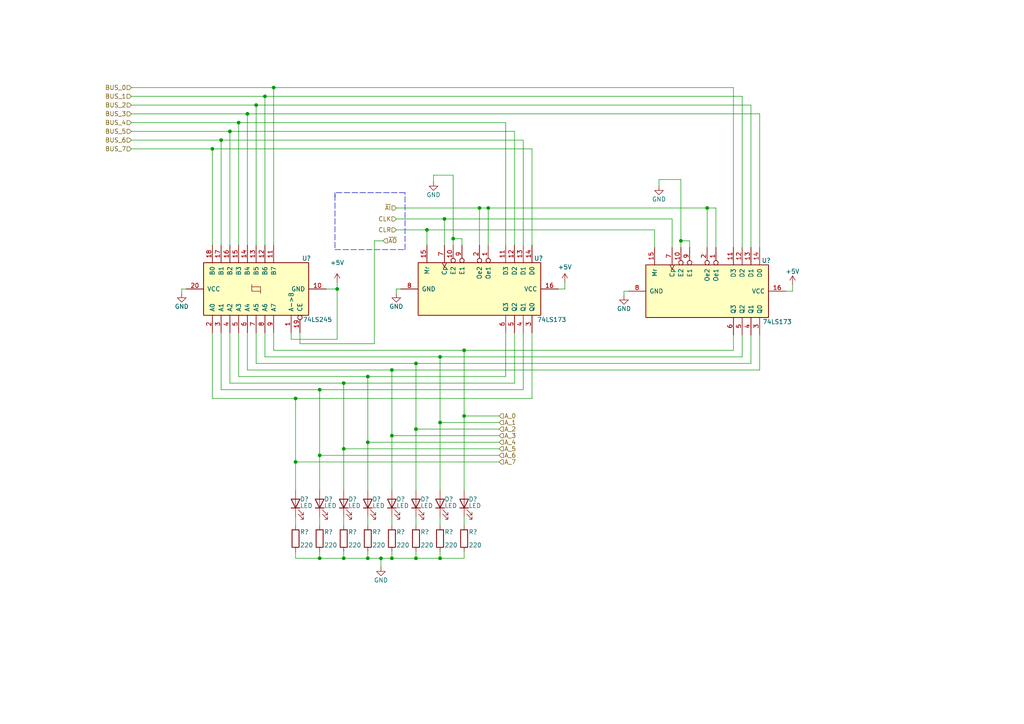
<source format=kicad_sch>
(kicad_sch (version 20211123) (generator eeschema)
  (paper "A4")
  (lib_symbols
    (symbol "74xx:74LS173" (pin_names (offset 1.016))
      (property "Reference" "U" (at -7.62 19.05 0))
      (property "Value" "74LS173" (at -7.62 -19.05 0))
      (symbol "74LS173_1_0"
        (pin input inverted (at -12.7 2.54 0) (length 5.08) (name "Oe1") (number "1"))
        (pin input inverted (at -12.7 -7.62 0) (length 5.08) (name "E2") (number "10"))
        (pin input line (at -12.7 7.62 0) (length 5.08) (name "D3") (number "11"))
        (pin input line (at -12.7 10.16 0) (length 5.08) (name "D2") (number "12"))
        (pin input line (at -12.7 12.7 0) (length 5.08) (name "D1") (number "13"))
        (pin input line (at -12.7 15.24 0) (length 5.08) (name "D0") (number "14"))
        (pin input line (at -12.7 -15.24 0) (length 5.08) (name "Mr") (number "15"))
        (pin power_in line (at 0 22.86 270) (length 5.08) (name "VCC") (number "16"))
        (pin input inverted (at -12.7 0 0) (length 5.08) (name "Oe2") (number "2"))
        (pin tri_state line (at 12.7 15.24 180) (length 5.08) (name "Q0") (number "3"))
        (pin tri_state line (at 12.7 12.7 180) (length 5.08) (name "Q1") (number "4"))
        (pin tri_state line (at 12.7 10.16 180) (length 5.08) (name "Q2") (number "5"))
        (pin tri_state line (at 12.7 7.62 180) (length 5.08) (name "Q3") (number "6"))
        (pin input clock (at -12.7 -10.16 0) (length 5.08) (name "Cp") (number "7"))
        (pin power_in line (at 0 -22.86 90) (length 5.08) (name "GND") (number "8"))
        (pin input inverted (at -12.7 -5.08 0) (length 5.08) (name "E1") (number "9"))
      )
      (symbol "74LS173_1_1"
        (rectangle (start -7.62 17.78) (end 7.62 -17.78) (stroke (width 0.254)) (fill (type background)))
      )
    )
    (symbol "74xx:74LS245" (pin_names (offset 1.016))
      (property "Reference" "U" (at -7.62 16.51 0))
      (property "Value" "74LS245" (at -7.62 -16.51 0))
      (symbol "74LS245_1_0"
        (polyline (pts (xy -0.635 -1.27) (xy -0.635 1.27) (xy 0.635 1.27)))
        (polyline (pts (xy -1.27 -1.27) (xy 0.635 -1.27) (xy 0.635 1.27) (xy 1.27 1.27)))
        (pin input line (at -12.7 -10.16 0) (length 5.08) (name "A->B") (number "1"))
        (pin power_in line (at 0 -20.32 90) (length 5.08) (name "GND") (number "10"))
        (pin tri_state line (at 12.7 -5.08 180) (length 5.08) (name "B7") (number "11"))
        (pin tri_state line (at 12.7 -2.54 180) (length 5.08) (name "B6") (number "12"))
        (pin tri_state line (at 12.7 0 180) (length 5.08) (name "B5") (number "13"))
        (pin tri_state line (at 12.7 2.54 180) (length 5.08) (name "B4") (number "14"))
        (pin tri_state line (at 12.7 5.08 180) (length 5.08) (name "B3") (number "15"))
        (pin tri_state line (at 12.7 7.62 180) (length 5.08) (name "B2") (number "16"))
        (pin tri_state line (at 12.7 10.16 180) (length 5.08) (name "B1") (number "17"))
        (pin tri_state line (at 12.7 12.7 180) (length 5.08) (name "B0") (number "18"))
        (pin input inverted (at -12.7 -12.7 0) (length 5.08) (name "CE") (number "19"))
        (pin tri_state line (at -12.7 12.7 0) (length 5.08) (name "A0") (number "2"))
        (pin power_in line (at 0 20.32 270) (length 5.08) (name "VCC") (number "20"))
        (pin tri_state line (at -12.7 10.16 0) (length 5.08) (name "A1") (number "3"))
        (pin tri_state line (at -12.7 7.62 0) (length 5.08) (name "A2") (number "4"))
        (pin tri_state line (at -12.7 5.08 0) (length 5.08) (name "A3") (number "5"))
        (pin tri_state line (at -12.7 2.54 0) (length 5.08) (name "A4") (number "6"))
        (pin tri_state line (at -12.7 0 0) (length 5.08) (name "A5") (number "7"))
        (pin tri_state line (at -12.7 -2.54 0) (length 5.08) (name "A6") (number "8"))
        (pin tri_state line (at -12.7 -5.08 0) (length 5.08) (name "A7") (number "9"))
      )
      (symbol "74LS245_1_1"
        (rectangle (start -7.62 15.24) (end 7.62 -15.24) (stroke (width 0.254)) (fill (type background)))
      )
    )
    (symbol "Device:LED" (pin_numbers hide) (pin_names (offset 1.016) hide)
      (property "Reference" "D" (at 0 2.54 0))
      (property "Value" "LED" (at 0 -2.54 0))
      (symbol "LED_0_1"
        (polyline (pts (xy -1.27 -1.27) (xy -1.27 1.27)) (stroke (width 0.254)))
        (polyline (pts (xy -1.27 0) (xy 1.27 0)))
        (polyline (pts (xy 1.27 -1.27) (xy 1.27 1.27) (xy -1.27 0) (xy 1.27 -1.27)) (stroke (width 0.254)))
        (polyline (pts (xy -3.048 -0.762) (xy -4.572 -2.286) (xy -3.81 -2.286) (xy -4.572 -2.286) (xy -4.572 -1.524)))
        (polyline (pts (xy -1.778 -0.762) (xy -3.302 -2.286) (xy -2.54 -2.286) (xy -3.302 -2.286) (xy -3.302 -1.524)))
      )
      (symbol "LED_1_1"
        (pin passive line (at -3.81 0 0) (length 2.54) (name "K") (number "1"))
        (pin passive line (at 3.81 0 180) (length 2.54) (name "A") (number "2"))
      )
    )
    (symbol "Device:R" (pin_numbers hide) (pin_names (offset 0))
      (property "Reference" "R" (at 2.032 0 90))
      (property "Value" "R" (at 0 0 90))
      (symbol "R_0_1"
        (rectangle (start -1.016 -2.54) (end 1.016 2.54) (stroke (width 0.254)))
      )
      (symbol "R_1_1"
        (pin passive line (at 0 3.81 270) (length 1.27) (name "~") (number "1"))
        (pin passive line (at 0 -3.81 90) (length 1.27) (name "~") (number "2"))
      )
    )
    (symbol "power:+5V" (power) (pin_names (offset 0))
      (property "Value" "+5V" (at 0 3.556 0))
      (symbol "+5V_0_1"
        (polyline (pts (xy -0.762 1.27) (xy 0 2.54)))
        (polyline (pts (xy 0 0) (xy 0 2.54)))
        (polyline (pts (xy 0 2.54) (xy 0.762 1.27)))
      )
      (symbol "+5V_1_1"
        (pin power_in line (at 0 0 90) (length 0) hide (name "+5V") (number "1"))
      )
    )
    (symbol "power:GND" (power) (pin_names (offset 0))
      (property "Value" "GND" (at 0 -3.81 0))
      (symbol "GND_0_1"
        (polyline (pts (xy 0 0) (xy 0 -1.27) (xy 1.27 -1.27) (xy 0 -2.54) (xy -1.27 -1.27) (xy 0 -1.27)))
      )
      (symbol "GND_1_1"
        (pin power_in line (at 0 0 270) (length 0) hide (name "GND") (number "1"))
      )
    )
  )
  (junction (at 99.695 111.125))
  (junction (at 113.665 107.315))
  (junction (at 120.65 105.41))
  (junction (at 99.695 130.175))
  (junction (at 97.79 83.82))
  (junction (at 127.635 103.505))
  (junction (at 113.665 161.925))
  (junction (at 113.665 126.365))
  (junction (at 106.68 161.925))
  (junction (at 134.62 120.65))
  (junction (at 64.135 40.64))
  (junction (at 85.725 133.985))
  (junction (at 127.635 161.925))
  (junction (at 106.68 109.22))
  (junction (at 76.835 27.94))
  (junction (at 131.445 69.215))
  (junction (at 197.485 69.85))
  (junction (at 99.695 161.925))
  (junction (at 127.635 122.555))
  (junction (at 92.71 161.925))
  (junction (at 69.215 35.56))
  (junction (at 134.62 101.6))
  (junction (at 74.295 30.48))
  (junction (at 106.68 128.27))
  (junction (at 79.375 25.4))
  (junction (at 92.71 113.03))
  (junction (at 123.825 66.675))
  (junction (at 141.605 60.325))
  (junction (at 71.755 33.02))
  (junction (at 61.595 43.18))
  (junction (at 120.65 124.46))
  (junction (at 66.675 38.1))
  (junction (at 110.49 161.925))
  (junction (at 139.065 60.325))
  (junction (at 128.905 63.5))
  (junction (at 85.725 115.57))
  (junction (at 205.105 60.325))
  (junction (at 92.71 132.08))
  (junction (at 120.65 161.925))
  (wire (pts (xy 97.79 83.82) (xy 94.615 83.82)))
  (wire (pts (xy 74.295 96.52) (xy 74.295 105.41)))
  (wire (pts (xy 113.665 149.86) (xy 113.665 152.4)))
  (wire (pts (xy 113.665 126.365) (xy 113.665 142.24)))
  (wire (pts (xy 85.725 133.985) (xy 144.78 133.985)))
  (wire (pts (xy 189.865 71.755) (xy 189.865 66.675)))
  (wire (pts (xy 197.485 71.755) (xy 197.485 69.85)))
  (wire (pts (xy 38.1 30.48) (xy 74.295 30.48)))
  (wire (pts (xy 84.455 98.425) (xy 97.79 98.425)))
  (wire (pts (xy 106.68 128.27) (xy 106.68 142.24)))
  (wire (pts (xy 212.725 101.6) (xy 134.62 101.6)))
  (wire (pts (xy 106.68 109.22) (xy 106.68 128.27)))
  (wire (pts (xy 114.935 85.09) (xy 114.935 83.82)))
  (wire (pts (xy 64.135 113.03) (xy 92.71 113.03)))
  (wire (pts (xy 163.83 81.915) (xy 163.83 83.82)))
  (wire (pts (xy 38.1 25.4) (xy 79.375 25.4)))
  (wire (pts (xy 85.725 115.57) (xy 61.595 115.57)))
  (wire (pts (xy 141.605 60.325) (xy 139.065 60.325)))
  (wire (pts (xy 85.725 149.86) (xy 85.725 152.4)))
  (wire (pts (xy 53.975 83.82) (xy 52.705 83.82)))
  (wire (pts (xy 227.965 84.455) (xy 229.87 84.455)))
  (wire (pts (xy 146.685 96.52) (xy 146.685 109.22)))
  (wire (pts (xy 212.725 25.4) (xy 79.375 25.4)))
  (wire (pts (xy 207.645 71.755) (xy 207.645 60.325)))
  (wire (pts (xy 92.71 132.08) (xy 144.78 132.08)))
  (wire (pts (xy 79.375 25.4) (xy 79.375 71.12)))
  (wire (pts (xy 38.1 33.02) (xy 71.755 33.02)))
  (wire (pts (xy 71.755 96.52) (xy 71.755 107.315)))
  (wire (pts (xy 220.345 71.755) (xy 220.345 33.02)))
  (wire (pts (xy 66.675 111.125) (xy 66.675 96.52)))
  (wire (pts (xy 154.305 115.57) (xy 85.725 115.57)))
  (wire (pts (xy 110.49 161.925) (xy 110.49 164.465)))
  (wire (pts (xy 217.805 71.755) (xy 217.805 30.48)))
  (wire (pts (xy 114.935 63.5) (xy 128.905 63.5)))
  (wire (pts (xy 229.87 82.55) (xy 229.87 84.455)))
  (wire (pts (xy 66.675 38.1) (xy 66.675 71.12)))
  (wire (pts (xy 207.645 60.325) (xy 205.105 60.325)))
  (wire (pts (xy 131.445 71.12) (xy 131.445 69.215)))
  (wire (pts (xy 114.935 60.325) (xy 139.065 60.325)))
  (wire (pts (xy 149.225 96.52) (xy 149.225 111.125)))
  (wire (pts (xy 200.025 69.85) (xy 197.485 69.85)))
  (wire (pts (xy 127.635 122.555) (xy 144.78 122.555)))
  (wire (pts (xy 120.65 149.86) (xy 120.65 152.4)))
  (wire (pts (xy 151.765 71.12) (xy 151.765 40.64)))
  (wire (pts (xy 64.135 96.52) (xy 64.135 113.03)))
  (wire (pts (xy 127.635 103.505) (xy 215.265 103.505)))
  (wire (pts (xy 134.62 120.65) (xy 144.78 120.65)))
  (wire (pts (xy 84.455 96.52) (xy 84.455 98.425)))
  (wire (pts (xy 146.685 71.12) (xy 146.685 35.56)))
  (wire (pts (xy 99.695 111.125) (xy 66.675 111.125)))
  (wire (pts (xy 113.665 107.315) (xy 220.345 107.315)))
  (wire (pts (xy 139.065 60.325) (xy 139.065 71.12)))
  (wire (pts (xy 38.1 43.18) (xy 61.595 43.18)))
  (wire (pts (xy 92.71 161.925) (xy 92.71 160.02)))
  (wire (pts (xy 106.68 161.925) (xy 99.695 161.925)))
  (polyline (pts (xy 97.155 56.515) (xy 97.155 72.39)))
  (wire (pts (xy 52.705 83.82) (xy 52.705 85.09)))
  (wire (pts (xy 123.825 66.675) (xy 123.825 71.12)))
  (wire (pts (xy 120.65 161.925) (xy 113.665 161.925)))
  (wire (pts (xy 106.68 128.27) (xy 144.78 128.27)))
  (wire (pts (xy 110.49 161.925) (xy 106.68 161.925)))
  (wire (pts (xy 79.375 101.6) (xy 79.375 96.52)))
  (wire (pts (xy 92.71 132.08) (xy 92.71 142.24)))
  (wire (pts (xy 194.945 63.5) (xy 128.905 63.5)))
  (wire (pts (xy 200.025 71.755) (xy 200.025 69.85)))
  (wire (pts (xy 120.65 124.46) (xy 120.65 142.24)))
  (wire (pts (xy 217.805 97.155) (xy 217.805 105.41)))
  (wire (pts (xy 108.585 69.85) (xy 111.125 69.85)))
  (wire (pts (xy 149.225 38.1) (xy 66.675 38.1)))
  (wire (pts (xy 212.725 71.755) (xy 212.725 25.4)))
  (polyline (pts (xy 117.475 72.39) (xy 117.475 55.88)))
  (wire (pts (xy 127.635 103.505) (xy 127.635 122.555)))
  (wire (pts (xy 113.665 126.365) (xy 144.78 126.365)))
  (wire (pts (xy 85.725 160.02) (xy 85.725 161.925)))
  (wire (pts (xy 205.105 60.325) (xy 141.605 60.325)))
  (wire (pts (xy 134.62 120.65) (xy 134.62 142.24)))
  (wire (pts (xy 38.1 40.64) (xy 64.135 40.64)))
  (wire (pts (xy 120.65 161.925) (xy 127.635 161.925)))
  (wire (pts (xy 154.305 43.18) (xy 61.595 43.18)))
  (wire (pts (xy 38.1 27.94) (xy 76.835 27.94)))
  (wire (pts (xy 64.135 40.64) (xy 64.135 71.12)))
  (wire (pts (xy 215.265 71.755) (xy 215.265 27.94)))
  (wire (pts (xy 191.135 52.07) (xy 191.135 53.975)))
  (wire (pts (xy 220.345 33.02) (xy 71.755 33.02)))
  (wire (pts (xy 120.65 160.02) (xy 120.65 161.925)))
  (wire (pts (xy 134.62 149.86) (xy 134.62 152.4)))
  (wire (pts (xy 85.725 161.925) (xy 92.71 161.925)))
  (wire (pts (xy 217.805 105.41) (xy 120.65 105.41)))
  (polyline (pts (xy 97.155 72.39) (xy 117.475 72.39)))
  (wire (pts (xy 212.725 97.155) (xy 212.725 101.6)))
  (wire (pts (xy 217.805 30.48) (xy 74.295 30.48)))
  (wire (pts (xy 113.665 107.315) (xy 113.665 126.365)))
  (wire (pts (xy 86.995 96.52) (xy 86.995 99.695)))
  (wire (pts (xy 134.62 101.6) (xy 79.375 101.6)))
  (wire (pts (xy 134.62 101.6) (xy 134.62 120.65)))
  (wire (pts (xy 128.905 63.5) (xy 128.905 71.12)))
  (wire (pts (xy 99.695 111.125) (xy 99.695 130.175)))
  (wire (pts (xy 106.68 160.02) (xy 106.68 161.925)))
  (wire (pts (xy 38.1 35.56) (xy 69.215 35.56)))
  (wire (pts (xy 38.1 38.1) (xy 66.675 38.1)))
  (wire (pts (xy 215.265 27.94) (xy 76.835 27.94)))
  (wire (pts (xy 92.71 113.03) (xy 151.765 113.03)))
  (wire (pts (xy 127.635 149.86) (xy 127.635 152.4)))
  (wire (pts (xy 69.215 96.52) (xy 69.215 109.22)))
  (wire (pts (xy 127.635 160.02) (xy 127.635 161.925)))
  (wire (pts (xy 127.635 122.555) (xy 127.635 142.24)))
  (wire (pts (xy 205.105 71.755) (xy 205.105 60.325)))
  (polyline (pts (xy 97.155 55.88) (xy 97.155 57.15)))
  (wire (pts (xy 86.995 99.695) (xy 108.585 99.695)))
  (wire (pts (xy 120.65 124.46) (xy 144.78 124.46)))
  (wire (pts (xy 99.695 161.925) (xy 92.71 161.925)))
  (wire (pts (xy 197.485 69.85) (xy 197.485 52.07)))
  (wire (pts (xy 134.62 161.925) (xy 127.635 161.925)))
  (wire (pts (xy 120.65 105.41) (xy 74.295 105.41)))
  (wire (pts (xy 108.585 99.695) (xy 108.585 69.85)))
  (wire (pts (xy 154.305 96.52) (xy 154.305 115.57)))
  (wire (pts (xy 161.925 83.82) (xy 163.83 83.82)))
  (wire (pts (xy 114.935 66.675) (xy 123.825 66.675)))
  (wire (pts (xy 146.685 35.56) (xy 69.215 35.56)))
  (wire (pts (xy 92.71 149.86) (xy 92.71 152.4)))
  (wire (pts (xy 97.79 81.915) (xy 97.79 83.82)))
  (wire (pts (xy 197.485 52.07) (xy 191.135 52.07)))
  (wire (pts (xy 99.695 160.02) (xy 99.695 161.925)))
  (wire (pts (xy 120.65 105.41) (xy 120.65 124.46)))
  (wire (pts (xy 194.945 71.755) (xy 194.945 63.5)))
  (wire (pts (xy 113.665 161.925) (xy 110.49 161.925)))
  (wire (pts (xy 125.73 50.8) (xy 125.73 52.705)))
  (wire (pts (xy 133.985 71.12) (xy 133.985 69.215)))
  (wire (pts (xy 99.695 149.86) (xy 99.695 152.4)))
  (wire (pts (xy 71.755 107.315) (xy 113.665 107.315)))
  (wire (pts (xy 189.865 66.675) (xy 123.825 66.675)))
  (wire (pts (xy 151.765 113.03) (xy 151.765 96.52)))
  (wire (pts (xy 97.79 98.425) (xy 97.79 83.82)))
  (wire (pts (xy 69.215 109.22) (xy 106.68 109.22)))
  (wire (pts (xy 141.605 71.12) (xy 141.605 60.325)))
  (wire (pts (xy 149.225 71.12) (xy 149.225 38.1)))
  (wire (pts (xy 61.595 115.57) (xy 61.595 96.52)))
  (wire (pts (xy 220.345 107.315) (xy 220.345 97.155)))
  (wire (pts (xy 85.725 115.57) (xy 85.725 133.985)))
  (wire (pts (xy 76.835 27.94) (xy 76.835 71.12)))
  (wire (pts (xy 113.665 160.02) (xy 113.665 161.925)))
  (wire (pts (xy 149.225 111.125) (xy 99.695 111.125)))
  (wire (pts (xy 76.835 103.505) (xy 127.635 103.505)))
  (wire (pts (xy 114.935 83.82) (xy 116.205 83.82)))
  (wire (pts (xy 106.68 149.86) (xy 106.68 152.4)))
  (wire (pts (xy 131.445 50.8) (xy 125.73 50.8)))
  (wire (pts (xy 134.62 160.02) (xy 134.62 161.925)))
  (wire (pts (xy 99.695 130.175) (xy 144.78 130.175)))
  (wire (pts (xy 69.215 35.56) (xy 69.215 71.12)))
  (wire (pts (xy 154.305 71.12) (xy 154.305 43.18)))
  (wire (pts (xy 71.755 33.02) (xy 71.755 71.12)))
  (wire (pts (xy 74.295 30.48) (xy 74.295 71.12)))
  (wire (pts (xy 92.71 113.03) (xy 92.71 132.08)))
  (wire (pts (xy 215.265 97.155) (xy 215.265 103.505)))
  (wire (pts (xy 131.445 69.215) (xy 131.445 50.8)))
  (wire (pts (xy 180.975 85.725) (xy 180.975 84.455)))
  (wire (pts (xy 76.835 96.52) (xy 76.835 103.505)))
  (wire (pts (xy 85.725 133.985) (xy 85.725 142.24)))
  (wire (pts (xy 106.68 109.22) (xy 146.685 109.22)))
  (wire (pts (xy 180.975 84.455) (xy 182.245 84.455)))
  (wire (pts (xy 99.695 130.175) (xy 99.695 142.24)))
  (wire (pts (xy 133.985 69.215) (xy 131.445 69.215)))
  (polyline (pts (xy 117.475 55.88) (xy 97.155 55.88)))
  (wire (pts (xy 61.595 43.18) (xy 61.595 71.12)))
  (wire (pts (xy 151.765 40.64) (xy 64.135 40.64)))
  (hierarchical_label "~{AO}" (shape input) (at 111.125 69.85 0))
  (hierarchical_label "BUS_2" (shape input) (at 38.1 30.48 180))
  (hierarchical_label "BUS_7" (shape input) (at 38.1 43.18 180))
  (hierarchical_label "BUS_6" (shape input) (at 38.1 40.64 180))
  (hierarchical_label "BUS_3" (shape input) (at 38.1 33.02 180))
  (hierarchical_label "BUS_0" (shape input) (at 38.1 25.4 180))
  (hierarchical_label "A_4" (shape input) (at 144.78 128.27 0))
  (hierarchical_label "BUS_5" (shape input) (at 38.1 38.1 180))
  (hierarchical_label "A_0" (shape input) (at 144.78 120.65 0))
  (hierarchical_label "A_6" (shape input) (at 144.78 132.08 0))
  (hierarchical_label "A_5" (shape input) (at 144.78 130.175 0))
  (hierarchical_label "A_7" (shape input) (at 144.78 133.985 0))
  (hierarchical_label "BUS_1" (shape input) (at 38.1 27.94 180))
  (hierarchical_label "~{AI}" (shape input) (at 114.935 60.325 180))
  (hierarchical_label "BUS_4" (shape input) (at 38.1 35.56 180))
  (hierarchical_label "CLR" (shape input) (at 114.935 66.675 180))
  (hierarchical_label "A_3" (shape input) (at 144.78 126.365 0))
  (hierarchical_label "A_1" (shape input) (at 144.78 122.555 0))
  (hierarchical_label "A_2" (shape input) (at 144.78 124.46 0))
  (hierarchical_label "CLK" (shape input) (at 114.935 63.5 180))
  (symbol (lib_id "Device:R") (at 120.65 156.21 0) (unit 1)
    (property "Reference" "R?" (at 121.92 154.305 0) (effects (justify left)))
    (property "Value" "220" (at 121.92 158.115 0) (effects (justify left)))
  )
  (symbol (lib_id "Device:R") (at 92.71 156.21 0) (unit 1)
    (property "Reference" "R?" (at 93.98 154.305 0) (effects (justify left)))
    (property "Value" "220" (at 93.98 158.115 0) (effects (justify left)))
  )
  (symbol (lib_id "Device:LED") (at 127.635 146.05 90) (unit 1)
    (property "Reference" "D?" (at 128.905 144.78 90) (effects (justify right)))
    (property "Value" "LED" (at 128.905 146.685 90) (effects (justify right)))
  )
  (symbol (lib_id "power:+5V") (at 163.83 81.915 0) (unit 1)
    (property "Reference" "#PWR0114" (effects hide))
    (property "Value" "+5V" (at 163.83 77.47 0))
  )
  (symbol (lib_id "74xx:74LS173") (at 205.105 84.455 270) (unit 1)
    (property "Reference" "U?" (at 222.25 75.565 90))
    (property "Value" "74LS173" (at 225.425 93.345 90))
    (property "Datasheet" "http://www.ti.com/lit/gpn/sn74LS173" (effects hide))
  )
  (symbol (lib_id "power:GND") (at 52.705 85.09 0) (unit 1)
    (property "Reference" "#PWR0115" (effects hide))
    (property "Value" "GND" (at 52.705 88.9 0))
  )
  (symbol (lib_id "Device:LED") (at 92.71 146.05 90) (unit 1)
    (property "Reference" "D?" (at 93.98 144.78 90) (effects (justify right)))
    (property "Value" "LED" (at 93.98 146.685 90) (effects (justify right)))
  )
  (symbol (lib_id "power:GND") (at 191.135 53.975 0) (unit 1)
    (property "Reference" "#PWR0111" (effects hide))
    (property "Value" "GND" (at 191.135 57.785 0))
  )
  (symbol (lib_id "Device:LED") (at 106.68 146.05 90) (unit 1)
    (property "Reference" "D?" (at 107.95 144.78 90) (effects (justify right)))
    (property "Value" "LED" (at 107.95 146.685 90) (effects (justify right)))
  )
  (symbol (lib_id "Device:R") (at 113.665 156.21 0) (unit 1)
    (property "Reference" "R?" (at 114.935 154.305 0) (effects (justify left)))
    (property "Value" "220" (at 114.935 158.115 0) (effects (justify left)))
  )
  (symbol (lib_id "Device:R") (at 99.695 156.21 0) (unit 1)
    (property "Reference" "R?" (at 100.965 154.305 0) (effects (justify left)))
    (property "Value" "220" (at 100.965 158.115 0) (effects (justify left)))
  )
  (symbol (lib_id "Device:LED") (at 85.725 146.05 90) (unit 1)
    (property "Reference" "D?" (at 86.995 144.78 90) (effects (justify right)))
    (property "Value" "LED" (at 86.995 146.685 90) (effects (justify right)))
  )
  (symbol (lib_id "Device:LED") (at 120.65 146.05 90) (unit 1)
    (property "Reference" "D?" (at 121.92 144.78 90) (effects (justify right)))
    (property "Value" "LED" (at 121.92 146.685 90) (effects (justify right)))
  )
  (symbol (lib_id "Device:R") (at 85.725 156.21 0) (unit 1)
    (property "Reference" "R?" (at 86.995 154.305 0) (effects (justify left)))
    (property "Value" "220" (at 86.995 158.115 0) (effects (justify left)))
  )
  (symbol (lib_id "74xx:74LS173") (at 139.065 83.82 270) (unit 1)
    (property "Reference" "U?" (at 156.21 74.93 90))
    (property "Value" "74LS173" (at 160.02 92.71 90))
    (property "Datasheet" "http://www.ti.com/lit/gpn/sn74LS173" (effects hide))
  )
  (symbol (lib_id "Device:R") (at 134.62 156.21 0) (unit 1)
    (property "Reference" "R?" (at 135.89 154.305 0) (effects (justify left)))
    (property "Value" "220" (at 135.89 158.115 0) (effects (justify left)))
  )
  (symbol (lib_id "Device:R") (at 127.635 156.21 0) (unit 1)
    (property "Reference" "R?" (at 128.905 154.305 0) (effects (justify left)))
    (property "Value" "220" (at 128.905 158.115 0) (effects (justify left)))
  )
  (symbol (lib_id "power:GND") (at 125.73 52.705 0) (unit 1)
    (property "Reference" "#PWR0118" (effects hide))
    (property "Value" "GND" (at 125.73 56.515 0))
  )
  (symbol (lib_id "Device:LED") (at 113.665 146.05 90) (unit 1)
    (property "Reference" "D?" (at 114.935 144.78 90) (effects (justify right)))
    (property "Value" "LED" (at 114.935 146.685 90) (effects (justify right)))
  )
  (symbol (lib_id "power:+5V") (at 97.79 81.915 0) (unit 1)
    (property "Reference" "#PWR0116" (effects hide))
    (property "Value" "+5V" (at 97.79 76.2 0))
  )
  (symbol (lib_id "power:+5V") (at 229.87 82.55 0) (unit 1)
    (property "Reference" "#PWR0112" (effects hide))
    (property "Value" "+5V" (at 229.87 78.74 0))
  )
  (symbol (lib_id "Device:LED") (at 99.695 146.05 90) (unit 1)
    (property "Reference" "D?" (at 100.965 144.78 90) (effects (justify right)))
    (property "Value" "LED" (at 100.965 146.685 90) (effects (justify right)))
  )
  (symbol (lib_id "74xx:74LS245") (at 74.295 83.82 90) (unit 1)
    (property "Reference" "U?" (at 88.9 74.93 90))
    (property "Value" "74LS245" (at 92.075 92.71 90))
    (property "Datasheet" "http://www.ti.com/lit/gpn/sn74LS245" (effects hide))
  )
  (symbol (lib_id "power:GND") (at 110.49 164.465 0) (unit 1)
    (property "Reference" "#PWR0110" (effects hide))
    (property "Value" "GND" (at 110.49 168.275 0))
  )
  (symbol (lib_id "Device:LED") (at 134.62 146.05 90) (unit 1)
    (property "Reference" "D?" (at 135.89 144.78 90) (effects (justify right)))
    (property "Value" "LED" (at 135.89 146.685 90) (effects (justify right)))
  )
  (symbol (lib_id "power:GND") (at 180.975 85.725 0) (unit 1)
    (property "Reference" "#PWR0113" (effects hide))
    (property "Value" "GND" (at 180.975 89.535 0))
  )
  (symbol (lib_id "Device:R") (at 106.68 156.21 0) (unit 1)
    (property "Reference" "R?" (at 107.95 154.305 0) (effects (justify left)))
    (property "Value" "220" (at 107.95 158.115 0) (effects (justify left)))
  )
  (symbol (lib_id "power:GND") (at 114.935 85.09 0) (unit 1)
    (property "Reference" "#PWR0117" (effects hide))
    (property "Value" "GND" (at 114.935 88.9 0))
  )
)
</source>
